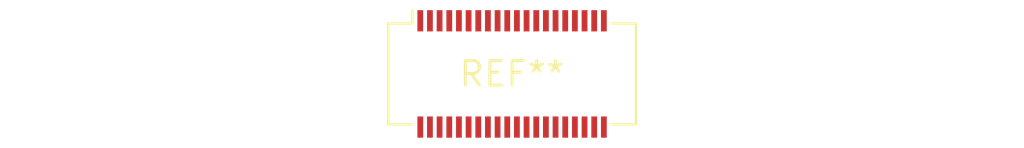
<source format=kicad_pcb>
(kicad_pcb (version 20240108) (generator pcbnew)
  (layers (0 "F.Cu" signal) (31 "B.Cu" signal) (34 "B.Paste" user) (35 "F.Paste" user) (36 "B.SilkS" user "B.Silkscreen") (37 "F.SilkS" user "F.Silkscreen") (38 "B.Mask" user) (39 "F.Mask" user) (44 "Edge.Cuts" user))
  (net 0 "")
  (footprint "Molex_SlimStack_54722-0404_2x20_P0.50mm_Vertical" (layer "F.Cu") (at 0 0)
    (property "Reference" "REF**")
    (property "Value" "Molex_SlimStack_54722-0404_2x20_P0.50mm_Vertical")
    (fp_line (start -6.41 -2.61) (end -5.16 -2.61) (layer "F.SilkS") (stroke (width 0.12)))
    (fp_line (start -6.41 2.61) (end -6.41 -2.61) (layer "F.SilkS") (stroke (width 0.12)))
    (fp_line (start -5.16 -2.61) (end -5.16 -3.3) (layer "F.SilkS") (stroke (width 0.12)))
    (fp_line (start -5.16 2.61) (end -6.41 2.61) (layer "F.SilkS") (stroke (width 0.12)))
    (fp_line (start 5.16 2.61) (end 6.41 2.61) (layer "F.SilkS") (stroke (width 0.12)))
    (fp_line (start 6.41 -2.61) (end 5.16 -2.61) (layer "F.SilkS") (stroke (width 0.12)))
    (fp_line (start 6.41 2.61) (end 6.41 -2.61) (layer "F.SilkS") (stroke (width 0.12)))
    (pad "1" smd rect (at -4.75 -2.75) (size 0.3 1.1) (layers "F.Cu" "F.Paste" "F.Mask"))
    (pad "2" smd rect (at -4.75 2.75) (size 0.3 1.1) (layers "F.Cu" "F.Paste" "F.Mask"))
    (pad "3" smd rect (at -4.25 -2.75) (size 0.3 1.1) (layers "F.Cu" "F.Paste" "F.Mask"))
    (pad "4" smd rect (at -4.25 2.75) (size 0.3 1.1) (layers "F.Cu" "F.Paste" "F.Mask"))
    (pad "5" smd rect (at -3.75 -2.75) (size 0.3 1.1) (layers "F.Cu" "F.Paste" "F.Mask"))
    (pad "6" smd rect (at -3.75 2.75) (size 0.3 1.1) (layers "F.Cu" "F.Paste" "F.Mask"))
    (pad "7" smd rect (at -3.25 -2.75) (size 0.3 1.1) (layers "F.Cu" "F.Paste" "F.Mask"))
    (pad "8" smd rect (at -3.25 2.75) (size 0.3 1.1) (layers "F.Cu" "F.Paste" "F.Mask"))
    (pad "9" smd rect (at -2.75 -2.75) (size 0.3 1.1) (layers "F.Cu" "F.Paste" "F.Mask"))
    (pad "10" smd rect (at -2.75 2.75) (size 0.3 1.1) (layers "F.Cu" "F.Paste" "F.Mask"))
    (pad "11" smd rect (at -2.25 -2.75) (size 0.3 1.1) (layers "F.Cu" "F.Paste" "F.Mask"))
    (pad "12" smd rect (at -2.25 2.75) (size 0.3 1.1) (layers "F.Cu" "F.Paste" "F.Mask"))
    (pad "13" smd rect (at -1.75 -2.75) (size 0.3 1.1) (layers "F.Cu" "F.Paste" "F.Mask"))
    (pad "14" smd rect (at -1.75 2.75) (size 0.3 1.1) (layers "F.Cu" "F.Paste" "F.Mask"))
    (pad "15" smd rect (at -1.25 -2.75) (size 0.3 1.1) (layers "F.Cu" "F.Paste" "F.Mask"))
    (pad "16" smd rect (at -1.25 2.75) (size 0.3 1.1) (layers "F.Cu" "F.Paste" "F.Mask"))
    (pad "17" smd rect (at -0.75 -2.75) (size 0.3 1.1) (layers "F.Cu" "F.Paste" "F.Mask"))
    (pad "18" smd rect (at -0.75 2.75) (size 0.3 1.1) (layers "F.Cu" "F.Paste" "F.Mask"))
    (pad "19" smd rect (at -0.25 -2.75) (size 0.3 1.1) (layers "F.Cu" "F.Paste" "F.Mask"))
    (pad "20" smd rect (at -0.25 2.75) (size 0.3 1.1) (layers "F.Cu" "F.Paste" "F.Mask"))
    (pad "21" smd rect (at 0.25 -2.75) (size 0.3 1.1) (layers "F.Cu" "F.Paste" "F.Mask"))
    (pad "22" smd rect (at 0.25 2.75) (size 0.3 1.1) (layers "F.Cu" "F.Paste" "F.Mask"))
    (pad "23" smd rect (at 0.75 -2.75) (size 0.3 1.1) (layers "F.Cu" "F.Paste" "F.Mask"))
    (pad "24" smd rect (at 0.75 2.75) (size 0.3 1.1) (layers "F.Cu" "F.Paste" "F.Mask"))
    (pad "25" smd rect (at 1.25 -2.75) (size 0.3 1.1) (layers "F.Cu" "F.Paste" "F.Mask"))
    (pad "26" smd rect (at 1.25 2.75) (size 0.3 1.1) (layers "F.Cu" "F.Paste" "F.Mask"))
    (pad "27" smd rect (at 1.75 -2.75) (size 0.3 1.1) (layers "F.Cu" "F.Paste" "F.Mask"))
    (pad "28" smd rect (at 1.75 2.75) (size 0.3 1.1) (layers "F.Cu" "F.Paste" "F.Mask"))
    (pad "29" smd rect (at 2.25 -2.75) (size 0.3 1.1) (layers "F.Cu" "F.Paste" "F.Mask"))
    (pad "30" smd rect (at 2.25 2.75) (size 0.3 1.1) (layers "F.Cu" "F.Paste" "F.Mask"))
    (pad "31" smd rect (at 2.75 -2.75) (size 0.3 1.1) (layers "F.Cu" "F.Paste" "F.Mask"))
    (pad "32" smd rect (at 2.75 2.75) (size 0.3 1.1) (layers "F.Cu" "F.Paste" "F.Mask"))
    (pad "33" smd rect (at 3.25 -2.75) (size 0.3 1.1) (layers "F.Cu" "F.Paste" "F.Mask"))
    (pad "34" smd rect (at 3.25 2.75) (size 0.3 1.1) (layers "F.Cu" "F.Paste" "F.Mask"))
    (pad "35" smd rect (at 3.75 -2.75) (size 0.3 1.1) (layers "F.Cu" "F.Paste" "F.Mask"))
    (pad "36" smd rect (at 3.75 2.75) (size 0.3 1.1) (layers "F.Cu" "F.Paste" "F.Mask"))
    (pad "37" smd rect (at 4.25 -2.75) (size 0.3 1.1) (layers "F.Cu" "F.Paste" "F.Mask"))
    (pad "38" smd rect (at 4.25 2.75) (size 0.3 1.1) (layers "F.Cu" "F.Paste" "F.Mask"))
    (pad "39" smd rect (at 4.75 -2.75) (size 0.3 1.1) (layers "F.Cu" "F.Paste" "F.Mask"))
    (pad "40" smd rect (at 4.75 2.75) (size 0.3 1.1) (layers "F.Cu" "F.Paste" "F.Mask"))
  )
)
</source>
